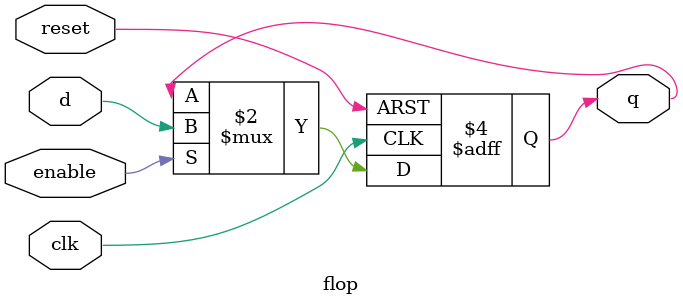
<source format=sv>
module flop(input logic clk, reset, enable, input logic d, output logic q);

always_ff@(posedge clk, posedge reset)
	if (reset)
		q <= 0;
	else
		if (enable)
			q <= d;
 
endmodule

</source>
